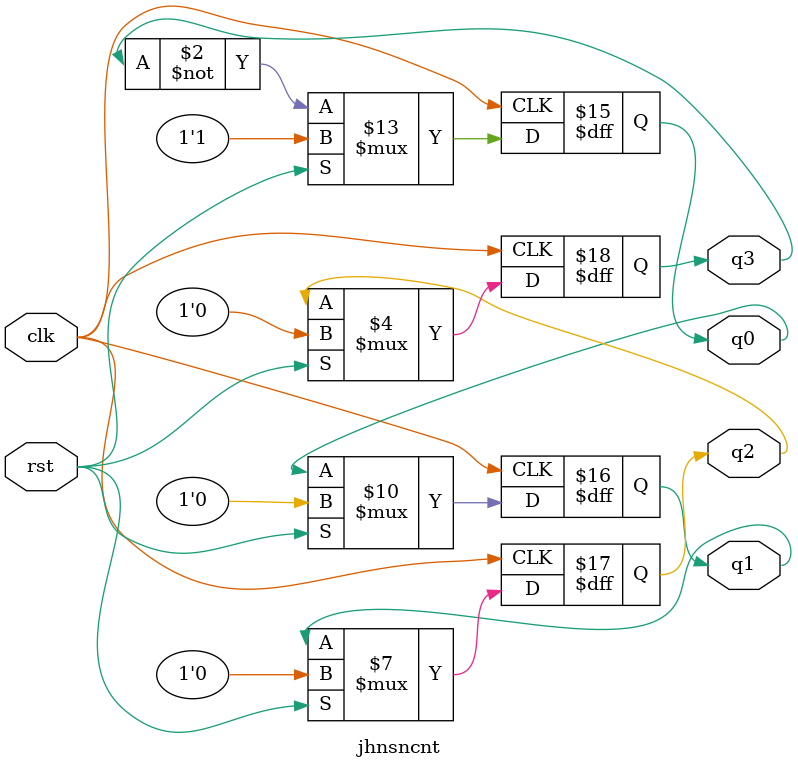
<source format=v>
module jhnsncnt(clk,rst,q0,q1,q2,q3);
input clk,rst; 
output reg q0,q1,q2,q3;

always @ (posedge clk) begin
if(rst) begin
	q0<=1;
	q1<=0;
	q2<=0;
	q3<=0;
end
else begin
	q0<=(~q3);
	q1<=q0;
	q2<=q1;
	q3<=q2;
end
end

endmodule
</source>
